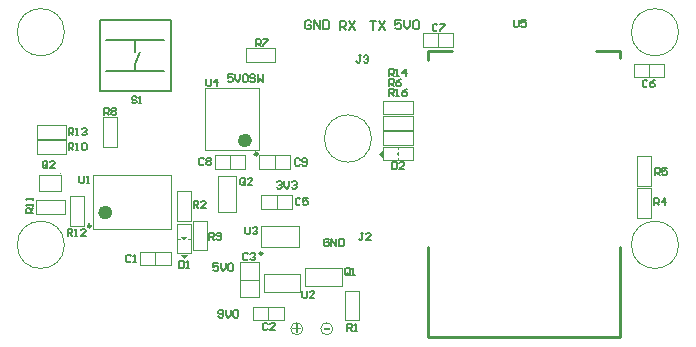
<source format=gbr>
%TF.GenerationSoftware,Altium Limited,Altium Designer,20.1.8 (145)*%
G04 Layer_Color=16777215*
%FSLAX45Y45*%
%MOMM*%
%TF.SameCoordinates,106D5BB1-83B8-4C97-8579-1C7B844FC3FF*%
%TF.FilePolarity,Positive*%
%TF.FileFunction,Legend,Top*%
%TF.Part,Single*%
G01*
G75*
%TA.AperFunction,NonConductor*%
%ADD36C,0.15240*%
%ADD37C,0.12700*%
%ADD43C,0.10160*%
%ADD44C,0.60000*%
%ADD45C,0.25000*%
%ADD46C,0.25400*%
%ADD47C,0.20320*%
%ADD48C,0.20000*%
G36*
X1437980Y715810D02*
X1412580Y690410D01*
X1387180Y715810D01*
X1437980D01*
D02*
G37*
G36*
X1412580Y841286D02*
X1389466Y864400D01*
X1435694D01*
X1412580Y841286D01*
D02*
G37*
G36*
X3235844Y1549975D02*
X3212730Y1573089D01*
X3235844Y1596203D01*
Y1549975D01*
D02*
G37*
G36*
X3087254Y1547689D02*
X3061854Y1573089D01*
X3087254Y1598489D01*
Y1547689D01*
D02*
G37*
G36*
X2645997Y81148D02*
X2596564D01*
Y97125D01*
X2645997D01*
Y81148D01*
D02*
G37*
G36*
X2373864Y96302D02*
X2404807D01*
Y83299D01*
X2373864D01*
Y52027D01*
X2360697D01*
Y83299D01*
X2329753D01*
Y96302D01*
X2360697D01*
Y127245D01*
X2373864D01*
Y96302D01*
D02*
G37*
D36*
X3251530Y2700055D02*
X3200746D01*
Y2661968D01*
X3226138Y2674663D01*
X3238834D01*
X3251530Y2661968D01*
Y2636576D01*
X3238834Y2623880D01*
X3213442D01*
X3200746Y2636576D01*
X3276922Y2700055D02*
Y2649272D01*
X3302313Y2623880D01*
X3327705Y2649272D01*
Y2700055D01*
X3353097Y2687359D02*
X3365793Y2700055D01*
X3391185D01*
X3403880Y2687359D01*
Y2636576D01*
X3391185Y2623880D01*
X3365793D01*
X3353097Y2636576D01*
Y2687359D01*
X2984834Y2697808D02*
X3035617D01*
X3010225D01*
Y2621633D01*
X3061009Y2697808D02*
X3111792Y2621633D01*
Y2697808D02*
X3061009Y2621633D01*
X2730834D02*
Y2697808D01*
X2768921D01*
X2781617Y2685112D01*
Y2659721D01*
X2768921Y2647025D01*
X2730834D01*
X2756225D02*
X2781617Y2621633D01*
X2807009Y2697808D02*
X2857792Y2621633D01*
Y2697808D02*
X2807009Y2621633D01*
X2489530Y2687359D02*
X2476834Y2700055D01*
X2451442D01*
X2438746Y2687359D01*
Y2636576D01*
X2451442Y2623880D01*
X2476834D01*
X2489530Y2636576D01*
Y2661967D01*
X2464138D01*
X2514922Y2623880D02*
Y2700055D01*
X2565705Y2623880D01*
Y2700055D01*
X2591097D02*
Y2623880D01*
X2629185D01*
X2641880Y2636576D01*
Y2687359D01*
X2629185Y2700055D01*
X2591097D01*
D37*
X2393533Y1521947D02*
X2383376Y1532104D01*
X2363063D01*
X2352906Y1521947D01*
Y1481320D01*
X2363063Y1471164D01*
X2383376D01*
X2393533Y1481320D01*
X2413847D02*
X2424003Y1471164D01*
X2444317D01*
X2454473Y1481320D01*
Y1521947D01*
X2444317Y1532104D01*
X2424003D01*
X2413847Y1521947D01*
Y1511790D01*
X2424003Y1501634D01*
X2454473D01*
X2195917Y1328487D02*
X2206496Y1339067D01*
X2227656D01*
X2238236Y1328487D01*
Y1317907D01*
X2227656Y1307328D01*
X2217076D01*
X2227656D01*
X2238236Y1296747D01*
Y1286168D01*
X2227656Y1275588D01*
X2206496D01*
X2195917Y1286168D01*
X2259396Y1339067D02*
Y1296747D01*
X2280556Y1275588D01*
X2301716Y1296747D01*
Y1339067D01*
X2322875Y1328487D02*
X2333455Y1339067D01*
X2354615D01*
X2365195Y1328487D01*
Y1317907D01*
X2354615Y1307328D01*
X2344035D01*
X2354615D01*
X2365195Y1296747D01*
Y1286168D01*
X2354615Y1275588D01*
X2333455D01*
X2322875Y1286168D01*
X1824601Y2242799D02*
X1782281D01*
Y2211060D01*
X1803441Y2221640D01*
X1814021D01*
X1824601Y2211060D01*
Y2189900D01*
X1814021Y2179320D01*
X1792861D01*
X1782281Y2189900D01*
X1845761Y2242799D02*
Y2200480D01*
X1866921Y2179320D01*
X1888081Y2200480D01*
Y2242799D01*
X1909240Y2232220D02*
X1919820Y2242799D01*
X1940980D01*
X1951560Y2232220D01*
Y2189900D01*
X1940980Y2179320D01*
X1919820D01*
X1909240Y2189900D01*
Y2232220D01*
X2015039D02*
X2004460Y2242799D01*
X1983300D01*
X1972720Y2232220D01*
Y2221640D01*
X1983300Y2211060D01*
X2004460D01*
X2015039Y2200480D01*
Y2189900D01*
X2004460Y2179320D01*
X1983300D01*
X1972720Y2189900D01*
X2036199Y2242799D02*
Y2179320D01*
X2057359Y2200480D01*
X2078519Y2179320D01*
Y2242799D01*
X1930403Y1318267D02*
Y1358893D01*
X1920247Y1369050D01*
X1899933D01*
X1889777Y1358893D01*
Y1318267D01*
X1899933Y1308110D01*
X1920247D01*
X1910090Y1328423D02*
X1930403Y1308110D01*
X1920247D02*
X1930403Y1318267D01*
X1991343Y1308110D02*
X1950717D01*
X1991343Y1348737D01*
Y1358893D01*
X1981187Y1369050D01*
X1960873D01*
X1950717Y1358893D01*
X1581099Y1525930D02*
X1570943Y1536087D01*
X1550629D01*
X1540472Y1525930D01*
Y1485303D01*
X1550629Y1475147D01*
X1570943D01*
X1581099Y1485303D01*
X1601413Y1525930D02*
X1611569Y1536087D01*
X1631883D01*
X1642039Y1525930D01*
Y1515773D01*
X1631883Y1505617D01*
X1642039Y1495460D01*
Y1485303D01*
X1631883Y1475147D01*
X1611569D01*
X1601413Y1485303D01*
Y1495460D01*
X1611569Y1505617D01*
X1601413Y1515773D01*
Y1525930D01*
X1611569Y1505617D02*
X1631883D01*
X2816860Y553727D02*
Y594353D01*
X2806703Y604510D01*
X2786390D01*
X2776233Y594353D01*
Y553727D01*
X2786390Y543570D01*
X2806703D01*
X2796547Y563883D02*
X2816860Y543570D01*
X2806703D02*
X2816860Y553727D01*
X2837173Y543570D02*
X2857487D01*
X2847330D01*
Y604510D01*
X2837173Y594353D01*
X2639983Y841191D02*
X2629403Y851771D01*
X2608243D01*
X2597663Y841191D01*
Y798871D01*
X2608243Y788292D01*
X2629403D01*
X2639983Y798871D01*
Y820031D01*
X2618823D01*
X2661142Y788292D02*
Y851771D01*
X2703462Y788292D01*
Y851771D01*
X2724622D02*
Y788292D01*
X2756362D01*
X2766941Y798871D01*
Y841191D01*
X2756362Y851771D01*
X2724622D01*
X3148489Y2062084D02*
Y2123024D01*
X3178959D01*
X3189116Y2112867D01*
Y2092554D01*
X3178959Y2082397D01*
X3148489D01*
X3168802D02*
X3189116Y2062084D01*
X3209429D02*
X3229743D01*
X3219586D01*
Y2123024D01*
X3209429Y2112867D01*
X3300839Y2123024D02*
X3280526Y2112867D01*
X3260213Y2092554D01*
Y2072240D01*
X3270369Y2062084D01*
X3290683D01*
X3300839Y2072240D01*
Y2082397D01*
X3290683Y2092554D01*
X3260213D01*
X3148489Y2145136D02*
Y2206076D01*
X3178959D01*
X3189116Y2195919D01*
Y2175606D01*
X3178959Y2165449D01*
X3148489D01*
X3168802D02*
X3189116Y2145136D01*
X3250056Y2206076D02*
X3229743Y2195919D01*
X3209429Y2175606D01*
Y2155293D01*
X3219586Y2145136D01*
X3239899D01*
X3250056Y2155293D01*
Y2165449D01*
X3239899Y2175606D01*
X3209429D01*
X3148489Y2227438D02*
Y2288378D01*
X3178959D01*
X3189116Y2278221D01*
Y2257908D01*
X3178959Y2247751D01*
X3148489D01*
X3168802D02*
X3189116Y2227438D01*
X3209429D02*
X3229743D01*
X3219586D01*
Y2288378D01*
X3209429Y2278221D01*
X3290683Y2227438D02*
Y2288378D01*
X3260213Y2257908D01*
X3300839D01*
X255990Y1462379D02*
Y1503005D01*
X245834Y1513162D01*
X225520D01*
X215364Y1503005D01*
Y1462379D01*
X225520Y1452222D01*
X245834D01*
X235677Y1472535D02*
X255990Y1452222D01*
X245834D02*
X255990Y1462379D01*
X316931Y1452222D02*
X276304D01*
X316931Y1492849D01*
Y1503005D01*
X306774Y1513162D01*
X286460D01*
X276304Y1503005D01*
X1703183Y194708D02*
X1713762Y184128D01*
X1734922D01*
X1745502Y194708D01*
Y237027D01*
X1734922Y247607D01*
X1713762D01*
X1703183Y237027D01*
Y226448D01*
X1713762Y215868D01*
X1745502D01*
X1766662Y247607D02*
Y205288D01*
X1787822Y184128D01*
X1808982Y205288D01*
Y247607D01*
X1830141Y237027D02*
X1840721Y247607D01*
X1861881D01*
X1872461Y237027D01*
Y194708D01*
X1861881Y184128D01*
X1840721D01*
X1830141Y194708D01*
Y237027D01*
X1704278Y643559D02*
X1661958D01*
Y611819D01*
X1683118Y622399D01*
X1693698D01*
X1704278Y611819D01*
Y590659D01*
X1693698Y580080D01*
X1672538D01*
X1661958Y590659D01*
X1725437Y643559D02*
Y601239D01*
X1746597Y580080D01*
X1767757Y601239D01*
Y643559D01*
X1788917Y632979D02*
X1799497Y643559D01*
X1820657D01*
X1831236Y632979D01*
Y590659D01*
X1820657Y580080D01*
X1799497D01*
X1788917Y590659D01*
Y632979D01*
X3175651Y1499474D02*
Y1438534D01*
X3206121D01*
X3216278Y1448691D01*
Y1489317D01*
X3206121Y1499474D01*
X3175651D01*
X3277218Y1438534D02*
X3236591D01*
X3277218Y1479161D01*
Y1489317D01*
X3267061Y1499474D01*
X3246748D01*
X3236591Y1489317D01*
X1010920Y2047233D02*
X1000763Y2057390D01*
X980450D01*
X970293Y2047233D01*
Y2037077D01*
X980450Y2026920D01*
X1000763D01*
X1010920Y2016763D01*
Y2006607D01*
X1000763Y1996450D01*
X980450D01*
X970293Y2006607D01*
X1031233Y1996450D02*
X1051547D01*
X1041390D01*
Y2057390D01*
X1031233Y2047233D01*
X2930622Y903408D02*
X2910308D01*
X2920465D01*
Y852625D01*
X2910308Y842468D01*
X2900152D01*
X2889995Y852625D01*
X2991562Y842468D02*
X2950935D01*
X2991562Y883095D01*
Y893251D01*
X2981405Y903408D01*
X2961092D01*
X2950935Y893251D01*
X434774Y1728362D02*
Y1789302D01*
X465244D01*
X475400Y1779145D01*
Y1758832D01*
X465244Y1748675D01*
X434774D01*
X455087D02*
X475400Y1728362D01*
X495714D02*
X516027D01*
X505870D01*
Y1789302D01*
X495714Y1779145D01*
X546497D02*
X556654Y1789302D01*
X576967D01*
X587124Y1779145D01*
Y1768988D01*
X576967Y1758832D01*
X566811D01*
X576967D01*
X587124Y1748675D01*
Y1738518D01*
X576967Y1728362D01*
X556654D01*
X546497Y1738518D01*
X426745Y876310D02*
Y937250D01*
X457215D01*
X467372Y927093D01*
Y906780D01*
X457215Y896623D01*
X426745D01*
X447058D02*
X467372Y876310D01*
X487685D02*
X507998D01*
X497842D01*
Y937250D01*
X487685Y927093D01*
X579095Y876310D02*
X538469D01*
X579095Y916937D01*
Y927093D01*
X568939Y937250D01*
X548625D01*
X538469Y927093D01*
X134350Y1067376D02*
X73410D01*
Y1097846D01*
X83567Y1108003D01*
X103880D01*
X114037Y1097846D01*
Y1067376D01*
Y1087689D02*
X134350Y1108003D01*
Y1128316D02*
Y1148630D01*
Y1138473D01*
X73410D01*
X83567Y1128316D01*
X134350Y1179100D02*
Y1199413D01*
Y1189256D01*
X73410D01*
X83567Y1179100D01*
X435594Y1602784D02*
Y1663724D01*
X466064D01*
X476221Y1653567D01*
Y1633254D01*
X466064Y1623097D01*
X435594D01*
X455908D02*
X476221Y1602784D01*
X496534D02*
X516848D01*
X506691D01*
Y1663724D01*
X496534Y1653567D01*
X547318D02*
X557475Y1663724D01*
X577788D01*
X587945Y1653567D01*
Y1612940D01*
X577788Y1602784D01*
X557475D01*
X547318Y1612940D01*
Y1653567D01*
X1625068Y841911D02*
Y902851D01*
X1655538D01*
X1665695Y892695D01*
Y872381D01*
X1655538Y862225D01*
X1625068D01*
X1645382D02*
X1665695Y841911D01*
X1686009Y852068D02*
X1696165Y841911D01*
X1716479D01*
X1726635Y852068D01*
Y892695D01*
X1716479Y902851D01*
X1696165D01*
X1686009Y892695D01*
Y882538D01*
X1696165Y872381D01*
X1726635D01*
X1371092Y664474D02*
Y603534D01*
X1401562D01*
X1411719Y613690D01*
Y654317D01*
X1401562Y664474D01*
X1371092D01*
X1432032Y603534D02*
X1452345D01*
X1442189D01*
Y664474D01*
X1432032Y654317D01*
X736704Y1898714D02*
Y1959654D01*
X767174D01*
X777331Y1949498D01*
Y1929184D01*
X767174Y1919028D01*
X736704D01*
X757018D02*
X777331Y1898714D01*
X797644Y1949498D02*
X807801Y1959654D01*
X828114D01*
X838271Y1949498D01*
Y1939341D01*
X828114Y1929184D01*
X838271Y1919028D01*
Y1908871D01*
X828114Y1898714D01*
X807801D01*
X797644Y1908871D01*
Y1919028D01*
X807801Y1929184D01*
X797644Y1939341D01*
Y1949498D01*
X807801Y1929184D02*
X828114D01*
X2021059Y2482015D02*
Y2542955D01*
X2051529D01*
X2061686Y2532799D01*
Y2512485D01*
X2051529Y2502328D01*
X2021059D01*
X2041372D02*
X2061686Y2482015D01*
X2081999Y2542955D02*
X2122626D01*
Y2532799D01*
X2081999Y2492172D01*
Y2482015D01*
X4204064Y2705513D02*
Y2654729D01*
X4214221Y2644573D01*
X4234534D01*
X4244691Y2654729D01*
Y2705513D01*
X4305631D02*
X4265004D01*
Y2675043D01*
X4285318Y2685199D01*
X4295474D01*
X4305631Y2675043D01*
Y2654729D01*
X4295474Y2644573D01*
X4275161D01*
X4265004Y2654729D01*
X1602757Y2205470D02*
Y2154687D01*
X1612913Y2144530D01*
X1633227D01*
X1643383Y2154687D01*
Y2205470D01*
X1694167Y2144530D02*
Y2205470D01*
X1663697Y2175000D01*
X1704323D01*
X1932957Y949950D02*
Y899167D01*
X1943113Y889010D01*
X1963427D01*
X1973583Y899167D01*
Y949950D01*
X1993897Y939793D02*
X2004053Y949950D01*
X2024367D01*
X2034523Y939793D01*
Y929637D01*
X2024367Y919480D01*
X2014210D01*
X2024367D01*
X2034523Y909323D01*
Y899167D01*
X2024367Y889010D01*
X2004053D01*
X1993897Y899167D01*
X2415041Y409637D02*
Y358853D01*
X2425198Y348697D01*
X2445511D01*
X2455668Y358853D01*
Y409637D01*
X2516608Y348697D02*
X2475981D01*
X2516608Y389324D01*
Y399480D01*
X2506451Y409637D01*
X2486138D01*
X2475981Y399480D01*
X526917Y1385721D02*
Y1334937D01*
X537073Y1324781D01*
X557387D01*
X567543Y1334937D01*
Y1385721D01*
X587857Y1324781D02*
X608170D01*
X598014D01*
Y1385721D01*
X587857Y1375564D01*
X5400422Y1389713D02*
Y1450653D01*
X5430892D01*
X5441049Y1440496D01*
Y1420183D01*
X5430892Y1410026D01*
X5400422D01*
X5420735D02*
X5441049Y1389713D01*
X5501989Y1450653D02*
X5461362D01*
Y1420183D01*
X5481675Y1430340D01*
X5491832D01*
X5501989Y1420183D01*
Y1399870D01*
X5491832Y1389713D01*
X5471519D01*
X5461362Y1399870D01*
X5394517Y1132850D02*
Y1193790D01*
X5424987D01*
X5435143Y1183633D01*
Y1163320D01*
X5424987Y1153163D01*
X5394517D01*
X5414830D02*
X5435143Y1132850D01*
X5485927D02*
Y1193790D01*
X5455457Y1163320D01*
X5496083D01*
X1493735Y1113251D02*
Y1174191D01*
X1524205D01*
X1534362Y1164034D01*
Y1143721D01*
X1524205Y1133564D01*
X1493735D01*
X1514049D02*
X1534362Y1113251D01*
X1595302D02*
X1554676D01*
X1595302Y1153878D01*
Y1164034D01*
X1585146Y1174191D01*
X1564832D01*
X1554676Y1164034D01*
X2794549Y71902D02*
Y132842D01*
X2825019D01*
X2835176Y122685D01*
Y102372D01*
X2825019Y92215D01*
X2794549D01*
X2814863D02*
X2835176Y71902D01*
X2855489D02*
X2875803D01*
X2865646D01*
Y132842D01*
X2855489Y122685D01*
X3558357Y2661536D02*
X3548201Y2671693D01*
X3527887D01*
X3517731Y2661536D01*
Y2620910D01*
X3527887Y2610753D01*
X3548201D01*
X3558357Y2620910D01*
X3578671Y2671693D02*
X3619298D01*
Y2661536D01*
X3578671Y2620910D01*
Y2610753D01*
X5336462Y2189382D02*
X5326305Y2199539D01*
X5305992D01*
X5295835Y2189382D01*
Y2148755D01*
X5305992Y2138598D01*
X5326305D01*
X5336462Y2148755D01*
X5397402Y2199539D02*
X5377089Y2189382D01*
X5356775Y2169069D01*
Y2148755D01*
X5366932Y2138598D01*
X5387246D01*
X5397402Y2148755D01*
Y2158912D01*
X5387246Y2169069D01*
X5356775D01*
X2398037Y1186506D02*
X2387880Y1196663D01*
X2367567D01*
X2357410Y1186506D01*
Y1145879D01*
X2367567Y1135722D01*
X2387880D01*
X2398037Y1145879D01*
X2458977Y1196663D02*
X2418350D01*
Y1166192D01*
X2438663Y1176349D01*
X2448820D01*
X2458977Y1166192D01*
Y1145879D01*
X2448820Y1135722D01*
X2428507D01*
X2418350Y1145879D01*
X1954742Y721316D02*
X1944585Y731472D01*
X1924272D01*
X1914115Y721316D01*
Y680689D01*
X1924272Y670532D01*
X1944585D01*
X1954742Y680689D01*
X1975055Y721316D02*
X1985212Y731472D01*
X2005526D01*
X2015682Y721316D01*
Y711159D01*
X2005526Y701002D01*
X1995369D01*
X2005526D01*
X2015682Y690845D01*
Y680689D01*
X2005526Y670532D01*
X1985212D01*
X1975055Y680689D01*
X2119735Y131628D02*
X2109579Y141784D01*
X2089265D01*
X2079109Y131628D01*
Y91001D01*
X2089265Y80844D01*
X2109579D01*
X2119735Y91001D01*
X2180676Y80844D02*
X2140049D01*
X2180676Y121471D01*
Y131628D01*
X2170519Y141784D01*
X2150206D01*
X2140049Y131628D01*
X964226Y706427D02*
X954070Y716584D01*
X933756D01*
X923600Y706427D01*
Y665800D01*
X933756Y655643D01*
X954070D01*
X964226Y665800D01*
X984540Y655643D02*
X1004853D01*
X994697D01*
Y716584D01*
X984540Y706427D01*
X2912116Y2404441D02*
X2891803D01*
X2901959D01*
Y2353658D01*
X2891803Y2343501D01*
X2881646D01*
X2871489Y2353658D01*
X2932429Y2394285D02*
X2942586Y2404441D01*
X2962900D01*
X2973056Y2394285D01*
Y2384128D01*
X2962900Y2373971D01*
X2952743D01*
X2962900D01*
X2973056Y2363815D01*
Y2353658D01*
X2962900Y2343501D01*
X2942586D01*
X2932429Y2353658D01*
D43*
X364805Y1404900D02*
G03*
X364805Y1404900I-5080J0D01*
G01*
X400000Y800000D02*
G03*
X400000Y800000I-200000J0D01*
G01*
X5600000D02*
G03*
X5600000Y800000I-200000J0D01*
G01*
Y2600000D02*
G03*
X5600000Y2600000I-200000J0D01*
G01*
X3000000Y1700000D02*
G03*
X3000000Y1700000I-200000J0D01*
G01*
X400000Y2599999D02*
G03*
X400000Y2599999I-200000J0D01*
G01*
X2672080Y88900D02*
G03*
X2672080Y88900I-50800J0D01*
G01*
X2418080D02*
G03*
X2418080Y88900I-50800J0D01*
G01*
X1586660Y2125280D02*
X2051480D01*
X1586660Y1602040D02*
X2051480D01*
X1586660D02*
Y2125280D01*
X2051480Y1602040D02*
Y2125280D01*
X2180310Y1445980D02*
Y1562820D01*
X2050770Y1445979D02*
X2309850D01*
X2050770D02*
Y1562820D01*
X2309850D01*
Y1445979D02*
Y1562820D01*
X1701800Y1075660D02*
X1854200D01*
Y1385540D01*
X1701800Y1385540D02*
X1701800Y1075660D01*
X1701800Y1385540D02*
X1854200Y1385540D01*
X1802120Y1445980D02*
Y1562820D01*
X1672580Y1445980D02*
X1931660D01*
X1672580D02*
Y1562820D01*
X1931660D01*
Y1445980D02*
Y1562820D01*
X2750820Y599860D02*
X2750820Y447460D01*
X2440940Y599860D02*
X2750820Y599860D01*
X2440940Y447460D02*
X2750820D01*
X2440940D02*
Y599860D01*
X185420Y1392452D02*
X368300D01*
X185420Y1255292D02*
Y1392452D01*
X368300Y1255292D02*
Y1392452D01*
X185420Y1255292D02*
X368300D01*
X1889751Y651680D02*
X2047231D01*
X2047231Y357040D01*
X1889750D02*
X2047231D01*
X1889750D02*
X1889751Y651680D01*
X1889750Y504360D02*
X2047231D01*
X1937959Y2464779D02*
X2186879D01*
Y2347939D02*
Y2464779D01*
X1937959Y2347939D02*
X2186879D01*
X1937959D02*
Y2464779D01*
X1354160Y977430D02*
X1471000D01*
X1354160Y852970D02*
X1377580D01*
X1447580D02*
X1471000D01*
X1387180Y715810D02*
X1437980D01*
X1471000Y728510D02*
Y977430D01*
X1354160Y728510D02*
Y977430D01*
Y728510D02*
X1471000D01*
X1412580Y690410D02*
X1437980Y715810D01*
X1387180D02*
X1412580Y690410D01*
X3061854Y1573089D02*
X3087254Y1598489D01*
X3061854Y1573089D02*
X3087254Y1547689D01*
X3099954Y1514669D02*
Y1631509D01*
X3348874D01*
X3099954Y1514669D02*
X3348874D01*
X3087254Y1547689D02*
Y1598489D01*
X3224414Y1514669D02*
Y1538089D01*
Y1608089D02*
Y1631509D01*
X3348874Y1514669D02*
Y1631509D01*
X3692265Y2472821D02*
Y2589661D01*
X3433185D02*
X3692265D01*
X3433185Y2472821D02*
Y2589661D01*
Y2472821D02*
X3692265D01*
X3562725Y2472821D02*
Y2589661D01*
X3099954Y2021029D02*
X3348874D01*
Y1904189D02*
Y2021029D01*
X3099954Y1904189D02*
X3348874D01*
X3099954D02*
Y2021029D01*
X3099954Y1644509D02*
Y1761350D01*
Y1644509D02*
X3348875D01*
Y1761350D01*
X3099954D02*
X3348875D01*
X3099954Y1774349D02*
Y1891189D01*
Y1774349D02*
X3348874D01*
Y1891189D01*
X3099954D02*
X3348874D01*
X2890240Y161608D02*
Y410528D01*
X2773400Y161608D02*
X2890240D01*
X2773400D02*
Y410528D01*
X2890240D01*
X645080Y934740D02*
X1305480D01*
X645080Y1386860D02*
X1305480D01*
X645080Y934740D02*
Y1386860D01*
X1305480Y934740D02*
Y1386860D01*
X5249249Y1301310D02*
X5366089D01*
Y1550230D01*
X5249249D02*
X5366089D01*
X5249249Y1301310D02*
Y1550230D01*
X2087210Y397861D02*
Y550261D01*
Y397861D02*
X2397090D01*
X2087210Y550261D02*
X2397090Y550261D01*
X2397090Y397861D01*
X1996165Y160020D02*
Y276860D01*
Y160020D02*
X2255245D01*
Y276860D01*
X1996165D02*
X2255245D01*
X2125705Y160020D02*
Y276860D01*
X2196870Y1104900D02*
Y1221740D01*
X2067330Y1104900D02*
X2326410Y1104900D01*
X2067330Y1221740D02*
X2067330Y1104900D01*
X2067330Y1221740D02*
X2326410Y1221740D01*
Y1104900D02*
Y1221740D01*
X725260Y1631145D02*
Y1880065D01*
X842100D01*
Y1631145D02*
Y1880065D01*
X725260Y1631145D02*
X842100D01*
X1490415Y753910D02*
X1607255D01*
Y1002830D01*
X1490415D02*
X1607255D01*
X1490415Y753910D02*
Y1002830D01*
X5479232Y2217209D02*
Y2334049D01*
X5220152D02*
X5479232D01*
X5220152Y2217209D02*
Y2334049D01*
Y2217209D02*
X5479232D01*
X5349692Y2217210D02*
Y2334049D01*
X164868Y1569212D02*
X413788D01*
X164868D02*
Y1686052D01*
X413788D01*
Y1569212D02*
Y1686052D01*
X164868Y1815697D02*
X413788D01*
Y1698857D02*
Y1815697D01*
X164868Y1698857D02*
X413788D01*
X164868D02*
Y1815697D01*
X159393Y1064260D02*
X408313D01*
X159393D02*
Y1181100D01*
X408313D01*
Y1064260D02*
Y1181100D01*
X1354160Y1003346D02*
X1471000D01*
Y1252266D01*
X1354160D02*
X1471000D01*
X1354160Y1003346D02*
Y1252266D01*
X5249249Y1029670D02*
X5366089D01*
Y1278590D01*
X5249249D02*
X5366089D01*
X5249249Y1029670D02*
Y1278590D01*
X445770Y963065D02*
X562610D01*
Y1211985D01*
X445770D02*
X562610D01*
X445770Y963065D02*
Y1211985D01*
X1170120Y624848D02*
Y741688D01*
X1040580D02*
X1299660D01*
Y624848D02*
Y741688D01*
X1040580Y624848D02*
X1299660D01*
X1040580D02*
Y741688D01*
X2061810Y780091D02*
Y957891D01*
X2386930Y780091D02*
Y957891D01*
X2061810Y780091D02*
X2386930D01*
X2061810Y957891D02*
X2386930D01*
D44*
X775360Y1073380D02*
G03*
X775360Y1073380I-30000J0D01*
G01*
X1957800Y1683660D02*
G03*
X1957800Y1683660I-30000J0D01*
G01*
D45*
X624052Y959124D02*
G03*
X624052Y959124I-12500J0D01*
G01*
X2035278Y1569528D02*
G03*
X2035278Y1569528I-12500J0D01*
G01*
X2076521Y727653D02*
G03*
X2076521Y727653I-12500J0D01*
G01*
D46*
X5107057Y17569D02*
Y779569D01*
Y2379769D02*
Y2443269D01*
X4903857D02*
X5107057D01*
X3481457D02*
X3684657D01*
X3481457Y2367069D02*
Y2443269D01*
Y17569D02*
Y779569D01*
Y17569D02*
X5107057D01*
D47*
X1000000Y2435293D02*
Y2535000D01*
Y2270000D02*
Y2333960D01*
X751340Y2535000D02*
X1241560D01*
X751340Y2270000D02*
X1241560D01*
X702800Y2700000D02*
X1302800D01*
X1000000Y2333960D02*
X1042452Y2435293D01*
D48*
X702800Y2100000D02*
Y2700000D01*
X1302800Y2100000D02*
Y2700000D01*
X702800Y2100000D02*
X1302800D01*
%TF.MD5,b3cedf76a313dd3aac3b70ffa4a0b086*%
M02*

</source>
